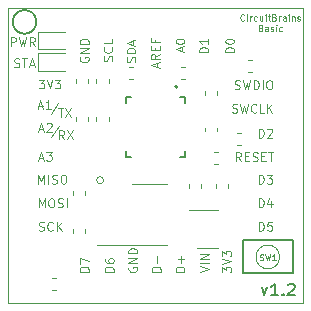
<source format=gbr>
G04 #@! TF.GenerationSoftware,KiCad,Pcbnew,(5.99.0-7341-g916db1094)*
G04 #@! TF.CreationDate,2020-12-04T14:01:58-06:00*
G04 #@! TF.ProjectId,CircuitBrains Basic v1_2,43697263-7569-4744-9272-61696e732042,rev?*
G04 #@! TF.SameCoordinates,Original*
G04 #@! TF.FileFunction,Legend,Top*
G04 #@! TF.FilePolarity,Positive*
%FSLAX46Y46*%
G04 Gerber Fmt 4.6, Leading zero omitted, Abs format (unit mm)*
G04 Created by KiCad (PCBNEW (5.99.0-7341-g916db1094)) date 2020-12-04 14:01:58*
%MOMM*%
%LPD*%
G01*
G04 APERTURE LIST*
%ADD10C,0.120000*%
%ADD11C,0.150000*%
%ADD12C,0.119380*%
%ADD13C,0.127000*%
%ADD14C,0.200000*%
%ADD15C,0.100000*%
G04 APERTURE END LIST*
D10*
X107600000Y-91053678D02*
X107573809Y-91079869D01*
X107495238Y-91106059D01*
X107442857Y-91106059D01*
X107364285Y-91079869D01*
X107311904Y-91027488D01*
X107285714Y-90975107D01*
X107259523Y-90870345D01*
X107259523Y-90791773D01*
X107285714Y-90687011D01*
X107311904Y-90634630D01*
X107364285Y-90582250D01*
X107442857Y-90556059D01*
X107495238Y-90556059D01*
X107573809Y-90582250D01*
X107600000Y-90608440D01*
X107835714Y-91106059D02*
X107835714Y-90739392D01*
X107835714Y-90556059D02*
X107809523Y-90582250D01*
X107835714Y-90608440D01*
X107861904Y-90582250D01*
X107835714Y-90556059D01*
X107835714Y-90608440D01*
X108097619Y-91106059D02*
X108097619Y-90739392D01*
X108097619Y-90844154D02*
X108123809Y-90791773D01*
X108150000Y-90765583D01*
X108202380Y-90739392D01*
X108254761Y-90739392D01*
X108673809Y-91079869D02*
X108621428Y-91106059D01*
X108516666Y-91106059D01*
X108464285Y-91079869D01*
X108438095Y-91053678D01*
X108411904Y-91001297D01*
X108411904Y-90844154D01*
X108438095Y-90791773D01*
X108464285Y-90765583D01*
X108516666Y-90739392D01*
X108621428Y-90739392D01*
X108673809Y-90765583D01*
X109145238Y-90739392D02*
X109145238Y-91106059D01*
X108909523Y-90739392D02*
X108909523Y-91027488D01*
X108935714Y-91079869D01*
X108988095Y-91106059D01*
X109066666Y-91106059D01*
X109119047Y-91079869D01*
X109145238Y-91053678D01*
X109407142Y-91106059D02*
X109407142Y-90739392D01*
X109407142Y-90556059D02*
X109380952Y-90582250D01*
X109407142Y-90608440D01*
X109433333Y-90582250D01*
X109407142Y-90556059D01*
X109407142Y-90608440D01*
X109590476Y-90739392D02*
X109800000Y-90739392D01*
X109669047Y-90556059D02*
X109669047Y-91027488D01*
X109695238Y-91079869D01*
X109747619Y-91106059D01*
X109800000Y-91106059D01*
X110166666Y-90817964D02*
X110245238Y-90844154D01*
X110271428Y-90870345D01*
X110297619Y-90922726D01*
X110297619Y-91001297D01*
X110271428Y-91053678D01*
X110245238Y-91079869D01*
X110192857Y-91106059D01*
X109983333Y-91106059D01*
X109983333Y-90556059D01*
X110166666Y-90556059D01*
X110219047Y-90582250D01*
X110245238Y-90608440D01*
X110271428Y-90660821D01*
X110271428Y-90713202D01*
X110245238Y-90765583D01*
X110219047Y-90791773D01*
X110166666Y-90817964D01*
X109983333Y-90817964D01*
X110533333Y-91106059D02*
X110533333Y-90739392D01*
X110533333Y-90844154D02*
X110559523Y-90791773D01*
X110585714Y-90765583D01*
X110638095Y-90739392D01*
X110690476Y-90739392D01*
X111109523Y-91106059D02*
X111109523Y-90817964D01*
X111083333Y-90765583D01*
X111030952Y-90739392D01*
X110926190Y-90739392D01*
X110873809Y-90765583D01*
X111109523Y-91079869D02*
X111057142Y-91106059D01*
X110926190Y-91106059D01*
X110873809Y-91079869D01*
X110847619Y-91027488D01*
X110847619Y-90975107D01*
X110873809Y-90922726D01*
X110926190Y-90896535D01*
X111057142Y-90896535D01*
X111109523Y-90870345D01*
X111371428Y-91106059D02*
X111371428Y-90739392D01*
X111371428Y-90556059D02*
X111345238Y-90582250D01*
X111371428Y-90608440D01*
X111397619Y-90582250D01*
X111371428Y-90556059D01*
X111371428Y-90608440D01*
X111633333Y-90739392D02*
X111633333Y-91106059D01*
X111633333Y-90791773D02*
X111659523Y-90765583D01*
X111711904Y-90739392D01*
X111790476Y-90739392D01*
X111842857Y-90765583D01*
X111869047Y-90817964D01*
X111869047Y-91106059D01*
X112104761Y-91079869D02*
X112157142Y-91106059D01*
X112261904Y-91106059D01*
X112314285Y-91079869D01*
X112340476Y-91027488D01*
X112340476Y-91001297D01*
X112314285Y-90948916D01*
X112261904Y-90922726D01*
X112183333Y-90922726D01*
X112130952Y-90896535D01*
X112104761Y-90844154D01*
X112104761Y-90817964D01*
X112130952Y-90765583D01*
X112183333Y-90739392D01*
X112261904Y-90739392D01*
X112314285Y-90765583D01*
X109001190Y-91703464D02*
X109079761Y-91729654D01*
X109105952Y-91755845D01*
X109132142Y-91808226D01*
X109132142Y-91886797D01*
X109105952Y-91939178D01*
X109079761Y-91965369D01*
X109027380Y-91991559D01*
X108817857Y-91991559D01*
X108817857Y-91441559D01*
X109001190Y-91441559D01*
X109053571Y-91467750D01*
X109079761Y-91493940D01*
X109105952Y-91546321D01*
X109105952Y-91598702D01*
X109079761Y-91651083D01*
X109053571Y-91677273D01*
X109001190Y-91703464D01*
X108817857Y-91703464D01*
X109603571Y-91991559D02*
X109603571Y-91703464D01*
X109577380Y-91651083D01*
X109525000Y-91624892D01*
X109420238Y-91624892D01*
X109367857Y-91651083D01*
X109603571Y-91965369D02*
X109551190Y-91991559D01*
X109420238Y-91991559D01*
X109367857Y-91965369D01*
X109341666Y-91912988D01*
X109341666Y-91860607D01*
X109367857Y-91808226D01*
X109420238Y-91782035D01*
X109551190Y-91782035D01*
X109603571Y-91755845D01*
X109839285Y-91965369D02*
X109891666Y-91991559D01*
X109996428Y-91991559D01*
X110048809Y-91965369D01*
X110075000Y-91912988D01*
X110075000Y-91886797D01*
X110048809Y-91834416D01*
X109996428Y-91808226D01*
X109917857Y-91808226D01*
X109865476Y-91782035D01*
X109839285Y-91729654D01*
X109839285Y-91703464D01*
X109865476Y-91651083D01*
X109917857Y-91624892D01*
X109996428Y-91624892D01*
X110048809Y-91651083D01*
X110310714Y-91991559D02*
X110310714Y-91624892D01*
X110310714Y-91441559D02*
X110284523Y-91467750D01*
X110310714Y-91493940D01*
X110336904Y-91467750D01*
X110310714Y-91441559D01*
X110310714Y-91493940D01*
X110808333Y-91965369D02*
X110755952Y-91991559D01*
X110651190Y-91991559D01*
X110598809Y-91965369D01*
X110572619Y-91939178D01*
X110546428Y-91886797D01*
X110546428Y-91729654D01*
X110572619Y-91677273D01*
X110598809Y-91651083D01*
X110651190Y-91624892D01*
X110755952Y-91624892D01*
X110808333Y-91651083D01*
X94439285Y-112343428D02*
X93689285Y-112343428D01*
X93689285Y-112164857D01*
X93725000Y-112057714D01*
X93796428Y-111986285D01*
X93867857Y-111950571D01*
X94010714Y-111914857D01*
X94117857Y-111914857D01*
X94260714Y-111950571D01*
X94332142Y-111986285D01*
X94403571Y-112057714D01*
X94439285Y-112164857D01*
X94439285Y-112343428D01*
X93689285Y-111664857D02*
X93689285Y-111164857D01*
X94439285Y-111486285D01*
X96539285Y-112343428D02*
X95789285Y-112343428D01*
X95789285Y-112164857D01*
X95825000Y-112057714D01*
X95896428Y-111986285D01*
X95967857Y-111950571D01*
X96110714Y-111914857D01*
X96217857Y-111914857D01*
X96360714Y-111950571D01*
X96432142Y-111986285D01*
X96503571Y-112057714D01*
X96539285Y-112164857D01*
X96539285Y-112343428D01*
X95789285Y-111272000D02*
X95789285Y-111414857D01*
X95825000Y-111486285D01*
X95860714Y-111522000D01*
X95967857Y-111593428D01*
X96110714Y-111629142D01*
X96396428Y-111629142D01*
X96467857Y-111593428D01*
X96503571Y-111557714D01*
X96539285Y-111486285D01*
X96539285Y-111343428D01*
X96503571Y-111272000D01*
X96467857Y-111236285D01*
X96396428Y-111200571D01*
X96217857Y-111200571D01*
X96146428Y-111236285D01*
X96110714Y-111272000D01*
X96075000Y-111343428D01*
X96075000Y-111486285D01*
X96110714Y-111557714D01*
X96146428Y-111593428D01*
X96217857Y-111629142D01*
X97825000Y-111950571D02*
X97789285Y-112022000D01*
X97789285Y-112129142D01*
X97825000Y-112236285D01*
X97896428Y-112307714D01*
X97967857Y-112343428D01*
X98110714Y-112379142D01*
X98217857Y-112379142D01*
X98360714Y-112343428D01*
X98432142Y-112307714D01*
X98503571Y-112236285D01*
X98539285Y-112129142D01*
X98539285Y-112057714D01*
X98503571Y-111950571D01*
X98467857Y-111914857D01*
X98217857Y-111914857D01*
X98217857Y-112057714D01*
X98539285Y-111593428D02*
X97789285Y-111593428D01*
X98539285Y-111164857D01*
X97789285Y-111164857D01*
X98539285Y-110807714D02*
X97789285Y-110807714D01*
X97789285Y-110629142D01*
X97825000Y-110522000D01*
X97896428Y-110450571D01*
X97967857Y-110414857D01*
X98110714Y-110379142D01*
X98217857Y-110379142D01*
X98360714Y-110414857D01*
X98432142Y-110450571D01*
X98503571Y-110522000D01*
X98539285Y-110629142D01*
X98539285Y-110807714D01*
X100539285Y-112343428D02*
X99789285Y-112343428D01*
X99789285Y-112164857D01*
X99825000Y-112057714D01*
X99896428Y-111986285D01*
X99967857Y-111950571D01*
X100110714Y-111914857D01*
X100217857Y-111914857D01*
X100360714Y-111950571D01*
X100432142Y-111986285D01*
X100503571Y-112057714D01*
X100539285Y-112164857D01*
X100539285Y-112343428D01*
X100253571Y-111593428D02*
X100253571Y-111022000D01*
X102539285Y-112343428D02*
X101789285Y-112343428D01*
X101789285Y-112164857D01*
X101825000Y-112057714D01*
X101896428Y-111986285D01*
X101967857Y-111950571D01*
X102110714Y-111914857D01*
X102217857Y-111914857D01*
X102360714Y-111950571D01*
X102432142Y-111986285D01*
X102503571Y-112057714D01*
X102539285Y-112164857D01*
X102539285Y-112343428D01*
X102253571Y-111593428D02*
X102253571Y-111022000D01*
X102539285Y-111307714D02*
X101967857Y-111307714D01*
X90156571Y-104889285D02*
X90156571Y-104139285D01*
X90406571Y-104675000D01*
X90656571Y-104139285D01*
X90656571Y-104889285D01*
X91013714Y-104889285D02*
X91013714Y-104139285D01*
X91335142Y-104853571D02*
X91442285Y-104889285D01*
X91620857Y-104889285D01*
X91692285Y-104853571D01*
X91728000Y-104817857D01*
X91763714Y-104746428D01*
X91763714Y-104675000D01*
X91728000Y-104603571D01*
X91692285Y-104567857D01*
X91620857Y-104532142D01*
X91478000Y-104496428D01*
X91406571Y-104460714D01*
X91370857Y-104425000D01*
X91335142Y-104353571D01*
X91335142Y-104282142D01*
X91370857Y-104210714D01*
X91406571Y-104175000D01*
X91478000Y-104139285D01*
X91656571Y-104139285D01*
X91763714Y-104175000D01*
X92228000Y-104139285D02*
X92370857Y-104139285D01*
X92442285Y-104175000D01*
X92513714Y-104246428D01*
X92549428Y-104389285D01*
X92549428Y-104639285D01*
X92513714Y-104782142D01*
X92442285Y-104853571D01*
X92370857Y-104889285D01*
X92228000Y-104889285D01*
X92156571Y-104853571D01*
X92085142Y-104782142D01*
X92049428Y-104639285D01*
X92049428Y-104389285D01*
X92085142Y-104246428D01*
X92156571Y-104175000D01*
X92228000Y-104139285D01*
X90185142Y-96089285D02*
X90649428Y-96089285D01*
X90399428Y-96375000D01*
X90506571Y-96375000D01*
X90578000Y-96410714D01*
X90613714Y-96446428D01*
X90649428Y-96517857D01*
X90649428Y-96696428D01*
X90613714Y-96767857D01*
X90578000Y-96803571D01*
X90506571Y-96839285D01*
X90292285Y-96839285D01*
X90220857Y-96803571D01*
X90185142Y-96767857D01*
X90863714Y-96089285D02*
X91113714Y-96839285D01*
X91363714Y-96089285D01*
X91542285Y-96089285D02*
X92006571Y-96089285D01*
X91756571Y-96375000D01*
X91863714Y-96375000D01*
X91935142Y-96410714D01*
X91970857Y-96446428D01*
X92006571Y-96517857D01*
X92006571Y-96696428D01*
X91970857Y-96767857D01*
X91935142Y-96803571D01*
X91863714Y-96839285D01*
X91649428Y-96839285D01*
X91578000Y-96803571D01*
X91542285Y-96767857D01*
X90220857Y-102725000D02*
X90578000Y-102725000D01*
X90149428Y-102939285D02*
X90399428Y-102189285D01*
X90649428Y-102939285D01*
X90828000Y-102189285D02*
X91292285Y-102189285D01*
X91042285Y-102475000D01*
X91149428Y-102475000D01*
X91220857Y-102510714D01*
X91256571Y-102546428D01*
X91292285Y-102617857D01*
X91292285Y-102796428D01*
X91256571Y-102867857D01*
X91220857Y-102903571D01*
X91149428Y-102939285D01*
X90935142Y-102939285D01*
X90863714Y-102903571D01*
X90828000Y-102867857D01*
X90206571Y-106889285D02*
X90206571Y-106139285D01*
X90456571Y-106675000D01*
X90706571Y-106139285D01*
X90706571Y-106889285D01*
X91206571Y-106139285D02*
X91349428Y-106139285D01*
X91420857Y-106175000D01*
X91492285Y-106246428D01*
X91528000Y-106389285D01*
X91528000Y-106639285D01*
X91492285Y-106782142D01*
X91420857Y-106853571D01*
X91349428Y-106889285D01*
X91206571Y-106889285D01*
X91135142Y-106853571D01*
X91063714Y-106782142D01*
X91028000Y-106639285D01*
X91028000Y-106389285D01*
X91063714Y-106246428D01*
X91135142Y-106175000D01*
X91206571Y-106139285D01*
X91813714Y-106853571D02*
X91920857Y-106889285D01*
X92099428Y-106889285D01*
X92170857Y-106853571D01*
X92206571Y-106817857D01*
X92242285Y-106746428D01*
X92242285Y-106675000D01*
X92206571Y-106603571D01*
X92170857Y-106567857D01*
X92099428Y-106532142D01*
X91956571Y-106496428D01*
X91885142Y-106460714D01*
X91849428Y-106425000D01*
X91813714Y-106353571D01*
X91813714Y-106282142D01*
X91849428Y-106210714D01*
X91885142Y-106175000D01*
X91956571Y-106139285D01*
X92135142Y-106139285D01*
X92242285Y-106175000D01*
X92563714Y-106889285D02*
X92563714Y-106139285D01*
X90220857Y-108853571D02*
X90328000Y-108889285D01*
X90506571Y-108889285D01*
X90578000Y-108853571D01*
X90613714Y-108817857D01*
X90649428Y-108746428D01*
X90649428Y-108675000D01*
X90613714Y-108603571D01*
X90578000Y-108567857D01*
X90506571Y-108532142D01*
X90363714Y-108496428D01*
X90292285Y-108460714D01*
X90256571Y-108425000D01*
X90220857Y-108353571D01*
X90220857Y-108282142D01*
X90256571Y-108210714D01*
X90292285Y-108175000D01*
X90363714Y-108139285D01*
X90542285Y-108139285D01*
X90649428Y-108175000D01*
X91399428Y-108817857D02*
X91363714Y-108853571D01*
X91256571Y-108889285D01*
X91185142Y-108889285D01*
X91078000Y-108853571D01*
X91006571Y-108782142D01*
X90970857Y-108710714D01*
X90935142Y-108567857D01*
X90935142Y-108460714D01*
X90970857Y-108317857D01*
X91006571Y-108246428D01*
X91078000Y-108175000D01*
X91185142Y-108139285D01*
X91256571Y-108139285D01*
X91363714Y-108175000D01*
X91399428Y-108210714D01*
X91720857Y-108889285D02*
X91720857Y-108139285D01*
X92149428Y-108889285D02*
X91828000Y-108460714D01*
X92149428Y-108139285D02*
X91720857Y-108567857D01*
X108836285Y-108889285D02*
X108836285Y-108139285D01*
X109014857Y-108139285D01*
X109122000Y-108175000D01*
X109193428Y-108246428D01*
X109229142Y-108317857D01*
X109264857Y-108460714D01*
X109264857Y-108567857D01*
X109229142Y-108710714D01*
X109193428Y-108782142D01*
X109122000Y-108853571D01*
X109014857Y-108889285D01*
X108836285Y-108889285D01*
X109943428Y-108139285D02*
X109586285Y-108139285D01*
X109550571Y-108496428D01*
X109586285Y-108460714D01*
X109657714Y-108425000D01*
X109836285Y-108425000D01*
X109907714Y-108460714D01*
X109943428Y-108496428D01*
X109979142Y-108567857D01*
X109979142Y-108746428D01*
X109943428Y-108817857D01*
X109907714Y-108853571D01*
X109836285Y-108889285D01*
X109657714Y-108889285D01*
X109586285Y-108853571D01*
X109550571Y-108817857D01*
X106800571Y-96853571D02*
X106907714Y-96889285D01*
X107086285Y-96889285D01*
X107157714Y-96853571D01*
X107193428Y-96817857D01*
X107229142Y-96746428D01*
X107229142Y-96675000D01*
X107193428Y-96603571D01*
X107157714Y-96567857D01*
X107086285Y-96532142D01*
X106943428Y-96496428D01*
X106872000Y-96460714D01*
X106836285Y-96425000D01*
X106800571Y-96353571D01*
X106800571Y-96282142D01*
X106836285Y-96210714D01*
X106872000Y-96175000D01*
X106943428Y-96139285D01*
X107122000Y-96139285D01*
X107229142Y-96175000D01*
X107479142Y-96139285D02*
X107657714Y-96889285D01*
X107800571Y-96353571D01*
X107943428Y-96889285D01*
X108122000Y-96139285D01*
X108407714Y-96889285D02*
X108407714Y-96139285D01*
X108586285Y-96139285D01*
X108693428Y-96175000D01*
X108764857Y-96246428D01*
X108800571Y-96317857D01*
X108836285Y-96460714D01*
X108836285Y-96567857D01*
X108800571Y-96710714D01*
X108764857Y-96782142D01*
X108693428Y-96853571D01*
X108586285Y-96889285D01*
X108407714Y-96889285D01*
X109157714Y-96889285D02*
X109157714Y-96139285D01*
X109657714Y-96139285D02*
X109800571Y-96139285D01*
X109872000Y-96175000D01*
X109943428Y-96246428D01*
X109979142Y-96389285D01*
X109979142Y-96639285D01*
X109943428Y-96782142D01*
X109872000Y-96853571D01*
X109800571Y-96889285D01*
X109657714Y-96889285D01*
X109586285Y-96853571D01*
X109514857Y-96782142D01*
X109479142Y-96639285D01*
X109479142Y-96389285D01*
X109514857Y-96246428D01*
X109586285Y-96175000D01*
X109657714Y-96139285D01*
X106586285Y-98853571D02*
X106693428Y-98889285D01*
X106872000Y-98889285D01*
X106943428Y-98853571D01*
X106979142Y-98817857D01*
X107014857Y-98746428D01*
X107014857Y-98675000D01*
X106979142Y-98603571D01*
X106943428Y-98567857D01*
X106872000Y-98532142D01*
X106729142Y-98496428D01*
X106657714Y-98460714D01*
X106622000Y-98425000D01*
X106586285Y-98353571D01*
X106586285Y-98282142D01*
X106622000Y-98210714D01*
X106657714Y-98175000D01*
X106729142Y-98139285D01*
X106907714Y-98139285D01*
X107014857Y-98175000D01*
X107264857Y-98139285D02*
X107443428Y-98889285D01*
X107586285Y-98353571D01*
X107729142Y-98889285D01*
X107907714Y-98139285D01*
X108622000Y-98817857D02*
X108586285Y-98853571D01*
X108479142Y-98889285D01*
X108407714Y-98889285D01*
X108300571Y-98853571D01*
X108229142Y-98782142D01*
X108193428Y-98710714D01*
X108157714Y-98567857D01*
X108157714Y-98460714D01*
X108193428Y-98317857D01*
X108229142Y-98246428D01*
X108300571Y-98175000D01*
X108407714Y-98139285D01*
X108479142Y-98139285D01*
X108586285Y-98175000D01*
X108622000Y-98210714D01*
X109300571Y-98889285D02*
X108943428Y-98889285D01*
X108943428Y-98139285D01*
X109550571Y-98889285D02*
X109550571Y-98139285D01*
X109979142Y-98889285D02*
X109657714Y-98460714D01*
X109979142Y-98139285D02*
X109550571Y-98567857D01*
X108836285Y-100989285D02*
X108836285Y-100239285D01*
X109014857Y-100239285D01*
X109122000Y-100275000D01*
X109193428Y-100346428D01*
X109229142Y-100417857D01*
X109264857Y-100560714D01*
X109264857Y-100667857D01*
X109229142Y-100810714D01*
X109193428Y-100882142D01*
X109122000Y-100953571D01*
X109014857Y-100989285D01*
X108836285Y-100989285D01*
X109550571Y-100310714D02*
X109586285Y-100275000D01*
X109657714Y-100239285D01*
X109836285Y-100239285D01*
X109907714Y-100275000D01*
X109943428Y-100310714D01*
X109979142Y-100382142D01*
X109979142Y-100453571D01*
X109943428Y-100560714D01*
X109514857Y-100989285D01*
X109979142Y-100989285D01*
X107336285Y-102989285D02*
X107086285Y-102632142D01*
X106907714Y-102989285D02*
X106907714Y-102239285D01*
X107193428Y-102239285D01*
X107264857Y-102275000D01*
X107300571Y-102310714D01*
X107336285Y-102382142D01*
X107336285Y-102489285D01*
X107300571Y-102560714D01*
X107264857Y-102596428D01*
X107193428Y-102632142D01*
X106907714Y-102632142D01*
X107657714Y-102596428D02*
X107907714Y-102596428D01*
X108014857Y-102989285D02*
X107657714Y-102989285D01*
X107657714Y-102239285D01*
X108014857Y-102239285D01*
X108300571Y-102953571D02*
X108407714Y-102989285D01*
X108586285Y-102989285D01*
X108657714Y-102953571D01*
X108693428Y-102917857D01*
X108729142Y-102846428D01*
X108729142Y-102775000D01*
X108693428Y-102703571D01*
X108657714Y-102667857D01*
X108586285Y-102632142D01*
X108443428Y-102596428D01*
X108372000Y-102560714D01*
X108336285Y-102525000D01*
X108300571Y-102453571D01*
X108300571Y-102382142D01*
X108336285Y-102310714D01*
X108372000Y-102275000D01*
X108443428Y-102239285D01*
X108622000Y-102239285D01*
X108729142Y-102275000D01*
X109050571Y-102596428D02*
X109300571Y-102596428D01*
X109407714Y-102989285D02*
X109050571Y-102989285D01*
X109050571Y-102239285D01*
X109407714Y-102239285D01*
X109622000Y-102239285D02*
X110050571Y-102239285D01*
X109836285Y-102989285D02*
X109836285Y-102239285D01*
X108836285Y-104889285D02*
X108836285Y-104139285D01*
X109014857Y-104139285D01*
X109122000Y-104175000D01*
X109193428Y-104246428D01*
X109229142Y-104317857D01*
X109264857Y-104460714D01*
X109264857Y-104567857D01*
X109229142Y-104710714D01*
X109193428Y-104782142D01*
X109122000Y-104853571D01*
X109014857Y-104889285D01*
X108836285Y-104889285D01*
X109514857Y-104139285D02*
X109979142Y-104139285D01*
X109729142Y-104425000D01*
X109836285Y-104425000D01*
X109907714Y-104460714D01*
X109943428Y-104496428D01*
X109979142Y-104567857D01*
X109979142Y-104746428D01*
X109943428Y-104817857D01*
X109907714Y-104853571D01*
X109836285Y-104889285D01*
X109622000Y-104889285D01*
X109550571Y-104853571D01*
X109514857Y-104817857D01*
X108836285Y-106889285D02*
X108836285Y-106139285D01*
X109014857Y-106139285D01*
X109122000Y-106175000D01*
X109193428Y-106246428D01*
X109229142Y-106317857D01*
X109264857Y-106460714D01*
X109264857Y-106567857D01*
X109229142Y-106710714D01*
X109193428Y-106782142D01*
X109122000Y-106853571D01*
X109014857Y-106889285D01*
X108836285Y-106889285D01*
X109907714Y-106389285D02*
X109907714Y-106889285D01*
X109729142Y-106103571D02*
X109550571Y-106639285D01*
X110014857Y-106639285D01*
X93725000Y-94192285D02*
X93689285Y-94263714D01*
X93689285Y-94370857D01*
X93725000Y-94478000D01*
X93796428Y-94549428D01*
X93867857Y-94585142D01*
X94010714Y-94620857D01*
X94117857Y-94620857D01*
X94260714Y-94585142D01*
X94332142Y-94549428D01*
X94403571Y-94478000D01*
X94439285Y-94370857D01*
X94439285Y-94299428D01*
X94403571Y-94192285D01*
X94367857Y-94156571D01*
X94117857Y-94156571D01*
X94117857Y-94299428D01*
X94439285Y-93835142D02*
X93689285Y-93835142D01*
X94439285Y-93406571D01*
X93689285Y-93406571D01*
X94439285Y-93049428D02*
X93689285Y-93049428D01*
X93689285Y-92870857D01*
X93725000Y-92763714D01*
X93796428Y-92692285D01*
X93867857Y-92656571D01*
X94010714Y-92620857D01*
X94117857Y-92620857D01*
X94260714Y-92656571D01*
X94332142Y-92692285D01*
X94403571Y-92763714D01*
X94439285Y-92870857D01*
X94439285Y-93049428D01*
X106739285Y-93763714D02*
X105989285Y-93763714D01*
X105989285Y-93585142D01*
X106025000Y-93478000D01*
X106096428Y-93406571D01*
X106167857Y-93370857D01*
X106310714Y-93335142D01*
X106417857Y-93335142D01*
X106560714Y-93370857D01*
X106632142Y-93406571D01*
X106703571Y-93478000D01*
X106739285Y-93585142D01*
X106739285Y-93763714D01*
X105989285Y-92870857D02*
X105989285Y-92799428D01*
X106025000Y-92728000D01*
X106060714Y-92692285D01*
X106132142Y-92656571D01*
X106275000Y-92620857D01*
X106453571Y-92620857D01*
X106596428Y-92656571D01*
X106667857Y-92692285D01*
X106703571Y-92728000D01*
X106739285Y-92799428D01*
X106739285Y-92870857D01*
X106703571Y-92942285D01*
X106667857Y-92978000D01*
X106596428Y-93013714D01*
X106453571Y-93049428D01*
X106275000Y-93049428D01*
X106132142Y-93013714D01*
X106060714Y-92978000D01*
X106025000Y-92942285D01*
X105989285Y-92870857D01*
X104539285Y-93763714D02*
X103789285Y-93763714D01*
X103789285Y-93585142D01*
X103825000Y-93478000D01*
X103896428Y-93406571D01*
X103967857Y-93370857D01*
X104110714Y-93335142D01*
X104217857Y-93335142D01*
X104360714Y-93370857D01*
X104432142Y-93406571D01*
X104503571Y-93478000D01*
X104539285Y-93585142D01*
X104539285Y-93763714D01*
X104539285Y-92620857D02*
X104539285Y-93049428D01*
X104539285Y-92835142D02*
X103789285Y-92835142D01*
X103896428Y-92906571D01*
X103967857Y-92978000D01*
X104003571Y-93049428D01*
X102325000Y-93692285D02*
X102325000Y-93335142D01*
X102539285Y-93763714D02*
X101789285Y-93513714D01*
X102539285Y-93263714D01*
X101789285Y-92870857D02*
X101789285Y-92799428D01*
X101825000Y-92728000D01*
X101860714Y-92692285D01*
X101932142Y-92656571D01*
X102075000Y-92620857D01*
X102253571Y-92620857D01*
X102396428Y-92656571D01*
X102467857Y-92692285D01*
X102503571Y-92728000D01*
X102539285Y-92799428D01*
X102539285Y-92870857D01*
X102503571Y-92942285D01*
X102467857Y-92978000D01*
X102396428Y-93013714D01*
X102253571Y-93049428D01*
X102075000Y-93049428D01*
X101932142Y-93013714D01*
X101860714Y-92978000D01*
X101825000Y-92942285D01*
X101789285Y-92870857D01*
X100225000Y-95049428D02*
X100225000Y-94692285D01*
X100439285Y-95120857D02*
X99689285Y-94870857D01*
X100439285Y-94620857D01*
X100439285Y-93942285D02*
X100082142Y-94192285D01*
X100439285Y-94370857D02*
X99689285Y-94370857D01*
X99689285Y-94085142D01*
X99725000Y-94013714D01*
X99760714Y-93978000D01*
X99832142Y-93942285D01*
X99939285Y-93942285D01*
X100010714Y-93978000D01*
X100046428Y-94013714D01*
X100082142Y-94085142D01*
X100082142Y-94370857D01*
X100046428Y-93620857D02*
X100046428Y-93370857D01*
X100439285Y-93263714D02*
X100439285Y-93620857D01*
X99689285Y-93620857D01*
X99689285Y-93263714D01*
X100046428Y-92692285D02*
X100046428Y-92942285D01*
X100439285Y-92942285D02*
X99689285Y-92942285D01*
X99689285Y-92585142D01*
X96403571Y-94506571D02*
X96439285Y-94399428D01*
X96439285Y-94220857D01*
X96403571Y-94149428D01*
X96367857Y-94113714D01*
X96296428Y-94078000D01*
X96225000Y-94078000D01*
X96153571Y-94113714D01*
X96117857Y-94149428D01*
X96082142Y-94220857D01*
X96046428Y-94363714D01*
X96010714Y-94435142D01*
X95975000Y-94470857D01*
X95903571Y-94506571D01*
X95832142Y-94506571D01*
X95760714Y-94470857D01*
X95725000Y-94435142D01*
X95689285Y-94363714D01*
X95689285Y-94185142D01*
X95725000Y-94078000D01*
X96367857Y-93328000D02*
X96403571Y-93363714D01*
X96439285Y-93470857D01*
X96439285Y-93542285D01*
X96403571Y-93649428D01*
X96332142Y-93720857D01*
X96260714Y-93756571D01*
X96117857Y-93792285D01*
X96010714Y-93792285D01*
X95867857Y-93756571D01*
X95796428Y-93720857D01*
X95725000Y-93649428D01*
X95689285Y-93542285D01*
X95689285Y-93470857D01*
X95725000Y-93363714D01*
X95760714Y-93328000D01*
X96439285Y-92649428D02*
X96439285Y-93006571D01*
X95689285Y-93006571D01*
X98353571Y-94592285D02*
X98389285Y-94485142D01*
X98389285Y-94306571D01*
X98353571Y-94235142D01*
X98317857Y-94199428D01*
X98246428Y-94163714D01*
X98175000Y-94163714D01*
X98103571Y-94199428D01*
X98067857Y-94235142D01*
X98032142Y-94306571D01*
X97996428Y-94449428D01*
X97960714Y-94520857D01*
X97925000Y-94556571D01*
X97853571Y-94592285D01*
X97782142Y-94592285D01*
X97710714Y-94556571D01*
X97675000Y-94520857D01*
X97639285Y-94449428D01*
X97639285Y-94270857D01*
X97675000Y-94163714D01*
X98389285Y-93842285D02*
X97639285Y-93842285D01*
X97639285Y-93663714D01*
X97675000Y-93556571D01*
X97746428Y-93485142D01*
X97817857Y-93449428D01*
X97960714Y-93413714D01*
X98067857Y-93413714D01*
X98210714Y-93449428D01*
X98282142Y-93485142D01*
X98353571Y-93556571D01*
X98389285Y-93663714D01*
X98389285Y-93842285D01*
X98175000Y-93128000D02*
X98175000Y-92770857D01*
X98389285Y-93199428D02*
X97639285Y-92949428D01*
X98389285Y-92699428D01*
X91849428Y-98489285D02*
X92278000Y-98489285D01*
X92063714Y-99239285D02*
X92063714Y-98489285D01*
X92456571Y-98489285D02*
X92956571Y-99239285D01*
X92956571Y-98489285D02*
X92456571Y-99239285D01*
X90170857Y-98325000D02*
X90528000Y-98325000D01*
X90099428Y-98539285D02*
X90349428Y-97789285D01*
X90599428Y-98539285D01*
X91242285Y-98539285D02*
X90813714Y-98539285D01*
X91028000Y-98539285D02*
X91028000Y-97789285D01*
X90956571Y-97896428D01*
X90885142Y-97967857D01*
X90813714Y-98003571D01*
X92335142Y-101139285D02*
X92085142Y-100782142D01*
X91906571Y-101139285D02*
X91906571Y-100389285D01*
X92192285Y-100389285D01*
X92263714Y-100425000D01*
X92299428Y-100460714D01*
X92335142Y-100532142D01*
X92335142Y-100639285D01*
X92299428Y-100710714D01*
X92263714Y-100746428D01*
X92192285Y-100782142D01*
X91906571Y-100782142D01*
X92585142Y-100389285D02*
X93085142Y-101139285D01*
X93085142Y-100389285D02*
X92585142Y-101139285D01*
X91892285Y-100003571D02*
X91249428Y-100967857D01*
X90220857Y-100275000D02*
X90578000Y-100275000D01*
X90149428Y-100489285D02*
X90399428Y-99739285D01*
X90649428Y-100489285D01*
X90863714Y-99810714D02*
X90899428Y-99775000D01*
X90970857Y-99739285D01*
X91149428Y-99739285D01*
X91220857Y-99775000D01*
X91256571Y-99810714D01*
X91292285Y-99882142D01*
X91292285Y-99953571D01*
X91256571Y-100060714D01*
X90828000Y-100489285D01*
X91292285Y-100489285D01*
X91842285Y-98053571D02*
X91199428Y-99017857D01*
X88136285Y-95003571D02*
X88243428Y-95039285D01*
X88422000Y-95039285D01*
X88493428Y-95003571D01*
X88529142Y-94967857D01*
X88564857Y-94896428D01*
X88564857Y-94825000D01*
X88529142Y-94753571D01*
X88493428Y-94717857D01*
X88422000Y-94682142D01*
X88279142Y-94646428D01*
X88207714Y-94610714D01*
X88172000Y-94575000D01*
X88136285Y-94503571D01*
X88136285Y-94432142D01*
X88172000Y-94360714D01*
X88207714Y-94325000D01*
X88279142Y-94289285D01*
X88457714Y-94289285D01*
X88564857Y-94325000D01*
X88779142Y-94289285D02*
X89207714Y-94289285D01*
X88993428Y-95039285D02*
X88993428Y-94289285D01*
X89422000Y-94825000D02*
X89779142Y-94825000D01*
X89350571Y-95039285D02*
X89600571Y-94289285D01*
X89850571Y-95039285D01*
X103889285Y-112350571D02*
X104639285Y-112100571D01*
X103889285Y-111850571D01*
X104639285Y-111600571D02*
X103889285Y-111600571D01*
X104639285Y-111243428D02*
X103889285Y-111243428D01*
X104639285Y-110814857D01*
X103889285Y-110814857D01*
X105739285Y-112414857D02*
X105739285Y-111950571D01*
X106025000Y-112200571D01*
X106025000Y-112093428D01*
X106060714Y-112022000D01*
X106096428Y-111986285D01*
X106167857Y-111950571D01*
X106346428Y-111950571D01*
X106417857Y-111986285D01*
X106453571Y-112022000D01*
X106489285Y-112093428D01*
X106489285Y-112307714D01*
X106453571Y-112379142D01*
X106417857Y-112414857D01*
X105739285Y-111736285D02*
X106489285Y-111486285D01*
X105739285Y-111236285D01*
X105739285Y-111057714D02*
X105739285Y-110593428D01*
X106025000Y-110843428D01*
X106025000Y-110736285D01*
X106060714Y-110664857D01*
X106096428Y-110629142D01*
X106167857Y-110593428D01*
X106346428Y-110593428D01*
X106417857Y-110629142D01*
X106453571Y-110664857D01*
X106489285Y-110736285D01*
X106489285Y-110950571D01*
X106453571Y-111022000D01*
X106417857Y-111057714D01*
X87843428Y-93239285D02*
X87843428Y-92489285D01*
X88129142Y-92489285D01*
X88200571Y-92525000D01*
X88236285Y-92560714D01*
X88272000Y-92632142D01*
X88272000Y-92739285D01*
X88236285Y-92810714D01*
X88200571Y-92846428D01*
X88129142Y-92882142D01*
X87843428Y-92882142D01*
X88522000Y-92489285D02*
X88700571Y-93239285D01*
X88843428Y-92703571D01*
X88986285Y-93239285D01*
X89164857Y-92489285D01*
X89879142Y-93239285D02*
X89629142Y-92882142D01*
X89450571Y-93239285D02*
X89450571Y-92489285D01*
X89736285Y-92489285D01*
X89807714Y-92525000D01*
X89843428Y-92560714D01*
X89879142Y-92632142D01*
X89879142Y-92739285D01*
X89843428Y-92810714D01*
X89807714Y-92846428D01*
X89736285Y-92882142D01*
X89450571Y-92882142D01*
D11*
X109071428Y-113685714D02*
X109309523Y-114352380D01*
X109547619Y-113685714D01*
X110452380Y-114352380D02*
X109880952Y-114352380D01*
X110166666Y-114352380D02*
X110166666Y-113352380D01*
X110071428Y-113495238D01*
X109976190Y-113590476D01*
X109880952Y-113638095D01*
X110880952Y-114257142D02*
X110928571Y-114304761D01*
X110880952Y-114352380D01*
X110833333Y-114304761D01*
X110880952Y-114257142D01*
X110880952Y-114352380D01*
X111309523Y-113447619D02*
X111357142Y-113400000D01*
X111452380Y-113352380D01*
X111690476Y-113352380D01*
X111785714Y-113400000D01*
X111833333Y-113447619D01*
X111880952Y-113542857D01*
X111880952Y-113638095D01*
X111833333Y-113780952D01*
X111261904Y-114352380D01*
X111880952Y-114352380D01*
D12*
X108932826Y-111352534D02*
X109004309Y-111376362D01*
X109123447Y-111376362D01*
X109171102Y-111352534D01*
X109194930Y-111328707D01*
X109218758Y-111281051D01*
X109218758Y-111233396D01*
X109194930Y-111185741D01*
X109171102Y-111161913D01*
X109123447Y-111138086D01*
X109028137Y-111114258D01*
X108980481Y-111090430D01*
X108956654Y-111066603D01*
X108932826Y-111018948D01*
X108932826Y-110971292D01*
X108956654Y-110923637D01*
X108980481Y-110899810D01*
X109028137Y-110875982D01*
X109147275Y-110875982D01*
X109218758Y-110899810D01*
X109385551Y-110875982D02*
X109504689Y-111376362D01*
X109600000Y-111018948D01*
X109695310Y-111376362D01*
X109814448Y-110875982D01*
X110267173Y-111376362D02*
X109981241Y-111376362D01*
X110124207Y-111376362D02*
X110124207Y-110875982D01*
X110076552Y-110947465D01*
X110028897Y-110995120D01*
X109981241Y-111018948D01*
D10*
X104290000Y-100474779D02*
X104290000Y-100149221D01*
X105310000Y-100474779D02*
X105310000Y-100149221D01*
X96110000Y-99562779D02*
X96110000Y-99237221D01*
X95090000Y-99562779D02*
X95090000Y-99237221D01*
X107025221Y-101610000D02*
X107350779Y-101610000D01*
X107025221Y-100590000D02*
X107350779Y-100590000D01*
X102890000Y-105262779D02*
X102890000Y-104937221D01*
X103910000Y-105262779D02*
X103910000Y-104937221D01*
X94110000Y-108749221D02*
X94110000Y-109074779D01*
X93090000Y-108749221D02*
X93090000Y-109074779D01*
X102574779Y-94990000D02*
X102249221Y-94990000D01*
X102574779Y-96010000D02*
X102249221Y-96010000D01*
X106210000Y-105250779D02*
X106210000Y-104925221D01*
X105190000Y-105250779D02*
X105190000Y-104925221D01*
X94410000Y-99562779D02*
X94410000Y-99237221D01*
X93390000Y-99562779D02*
X93390000Y-99237221D01*
X104290000Y-97362779D02*
X104290000Y-97037221D01*
X105310000Y-97362779D02*
X105310000Y-97037221D01*
X90102500Y-93535000D02*
X92387500Y-93535000D01*
X92387500Y-92065000D02*
X90102500Y-92065000D01*
X90102500Y-92065000D02*
X90102500Y-93535000D01*
X92400000Y-93865000D02*
X90115000Y-93865000D01*
X90115000Y-95335000D02*
X92400000Y-95335000D01*
X90115000Y-93865000D02*
X90115000Y-95335000D01*
X94110000Y-105874779D02*
X94110000Y-105549221D01*
X93090000Y-105874779D02*
X93090000Y-105549221D01*
X105374779Y-103210000D02*
X105049221Y-103210000D01*
X105374779Y-102190000D02*
X105049221Y-102190000D01*
X96110000Y-96375279D02*
X96110000Y-96049721D01*
X95090000Y-96375279D02*
X95090000Y-96049721D01*
X97824721Y-94990000D02*
X98150279Y-94990000D01*
X97824721Y-96010000D02*
X98150279Y-96010000D01*
X93390000Y-96375279D02*
X93390000Y-96049721D01*
X94410000Y-96375279D02*
X94410000Y-96049721D01*
D13*
X102600000Y-98050000D02*
X102600000Y-97600000D01*
X98050000Y-102600000D02*
X97600000Y-102600000D01*
X102150000Y-102600000D02*
X102600000Y-102600000D01*
X97600000Y-98050000D02*
X97600000Y-97600000D01*
X102600000Y-97600000D02*
X102150000Y-97600000D01*
X102600000Y-102600000D02*
X102600000Y-102150000D01*
X97600000Y-97600000D02*
X98050000Y-97600000D01*
X97600000Y-102600000D02*
X97600000Y-102150000D01*
D14*
X101960000Y-96690000D02*
G75*
G03*
X101960000Y-96690000I-100000J0D01*
G01*
D13*
X107500000Y-112500000D02*
X111700000Y-112500000D01*
X111700000Y-109700000D02*
X111700000Y-112500000D01*
X107500000Y-109700000D02*
X111700000Y-109700000D01*
X107500000Y-109700000D02*
X107500000Y-112500000D01*
D15*
X110600000Y-111100000D02*
G75*
G03*
X110600000Y-111100000I-1000000J0D01*
G01*
X87600000Y-115000000D02*
X87600000Y-90000000D01*
X112600000Y-115000000D02*
X87600000Y-115000000D01*
X87600000Y-90000000D02*
X112600000Y-90000000D01*
X112600000Y-90000000D02*
X112600000Y-115000000D01*
D11*
X90000000Y-91200000D02*
G75*
G03*
X90000000Y-91200000I-1000000J0D01*
G01*
D10*
X103600000Y-110310000D02*
X105400000Y-110310000D01*
X105400000Y-107090000D02*
X102950000Y-107090000D01*
X91650279Y-112890000D02*
X91324721Y-112890000D01*
X91650279Y-113910000D02*
X91324721Y-113910000D01*
X95100000Y-110110000D02*
X101100000Y-110110000D01*
X98100000Y-104890000D02*
X101100000Y-104890000D01*
X95700000Y-104600000D02*
G75*
G03*
X95700000Y-104600000I-300000J0D01*
G01*
X107937221Y-94390000D02*
X108262779Y-94390000D01*
X107937221Y-95410000D02*
X108262779Y-95410000D01*
M02*

</source>
